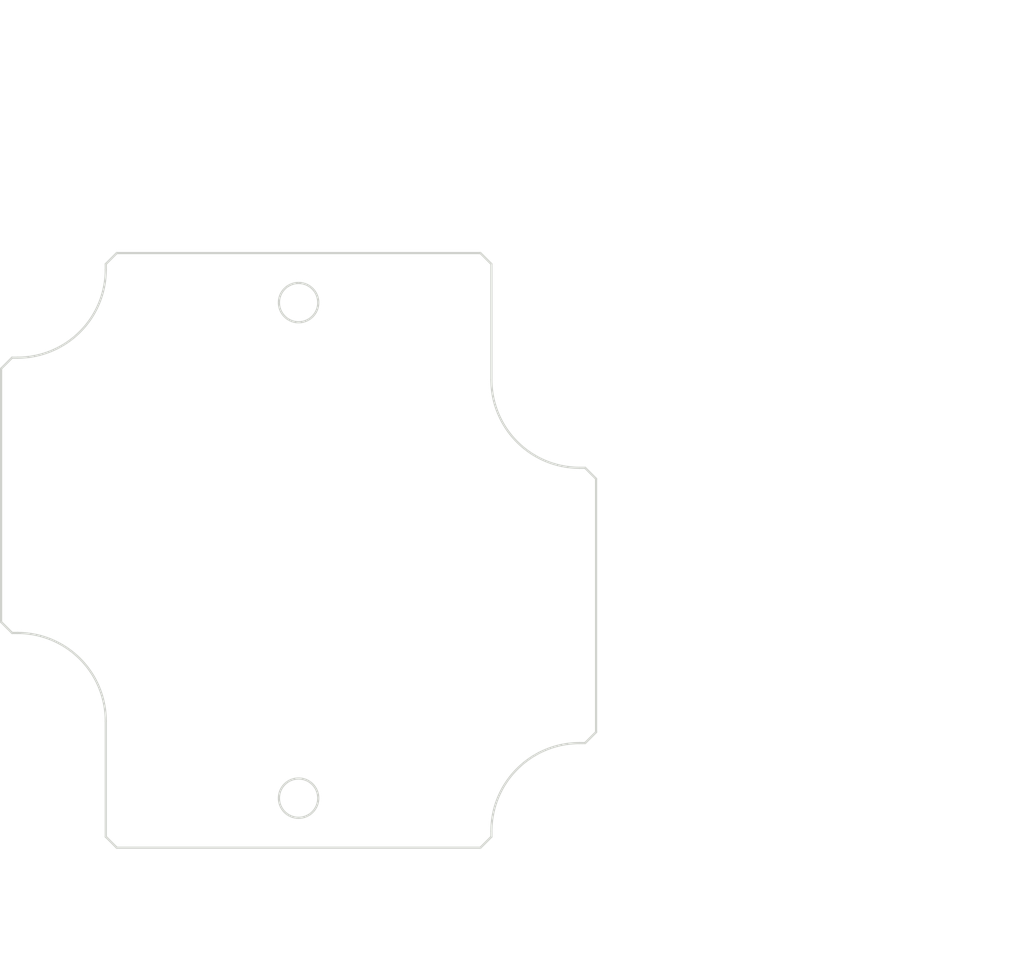
<source format=kicad_pcb>
(kicad_pcb (version 20171130) (host pcbnew "(5.1.0)-1")

  (general
    (thickness 1.6)
    (drawings 65)
    (tracks 0)
    (zones 0)
    (modules 0)
    (nets 1)
  )

  (page A4)
  (layers
    (0 F.Cu signal)
    (31 B.Cu signal)
    (32 B.Adhes user)
    (33 F.Adhes user)
    (34 B.Paste user)
    (35 F.Paste user)
    (36 B.SilkS user)
    (37 F.SilkS user)
    (38 B.Mask user)
    (39 F.Mask user)
    (40 Dwgs.User user)
    (41 Cmts.User user)
    (42 Eco1.User user)
    (43 Eco2.User user)
    (44 Edge.Cuts user)
    (45 Margin user)
    (46 B.CrtYd user)
    (47 F.CrtYd user)
    (48 B.Fab user)
    (49 F.Fab user)
  )

  (setup
    (last_trace_width 0.25)
    (trace_clearance 0.2)
    (zone_clearance 0.508)
    (zone_45_only no)
    (trace_min 0.2)
    (via_size 0.8)
    (via_drill 0.4)
    (via_min_size 0.4)
    (via_min_drill 0.3)
    (uvia_size 0.3)
    (uvia_drill 0.1)
    (uvias_allowed no)
    (uvia_min_size 0.2)
    (uvia_min_drill 0.1)
    (edge_width 0.05)
    (segment_width 0.2)
    (pcb_text_width 0.3)
    (pcb_text_size 1.5 1.5)
    (mod_edge_width 0.12)
    (mod_text_size 1 1)
    (mod_text_width 0.15)
    (pad_size 1.524 1.524)
    (pad_drill 0.762)
    (pad_to_mask_clearance 0.051)
    (solder_mask_min_width 0.25)
    (aux_axis_origin 0 0)
    (visible_elements FFFFFF7F)
    (pcbplotparams
      (layerselection 0x010fc_ffffffff)
      (usegerberextensions false)
      (usegerberattributes false)
      (usegerberadvancedattributes false)
      (creategerberjobfile false)
      (excludeedgelayer true)
      (linewidth 0.152400)
      (plotframeref false)
      (viasonmask false)
      (mode 1)
      (useauxorigin false)
      (hpglpennumber 1)
      (hpglpenspeed 20)
      (hpglpendiameter 15.000000)
      (psnegative false)
      (psa4output false)
      (plotreference true)
      (plotvalue true)
      (plotinvisibletext false)
      (padsonsilk false)
      (subtractmaskfromsilk false)
      (outputformat 1)
      (mirror false)
      (drillshape 1)
      (scaleselection 1)
      (outputdirectory ""))
  )

  (net 0 "")

  (net_class Default "This is the default net class."
    (clearance 0.2)
    (trace_width 0.25)
    (via_dia 0.8)
    (via_drill 0.4)
    (uvia_dia 0.3)
    (uvia_drill 0.1)
  )

  (gr_arc (start 164.311541 96.811564) (end 156.311541 96.811564) (angle -90) (layer Edge.Cuts) (width 0.2))
  (gr_line (start 156.311541 96.811564) (end 156.311541 86.311564) (layer Edge.Cuts) (width 0.2))
  (gr_arc (start 113.311541 86.811564) (end 113.311541 94.811564) (angle -90) (layer Edge.Cuts) (width 0.2))
  (gr_line (start 113.311541 94.811564) (end 112.811541 94.811564) (layer Edge.Cuts) (width 0.2))
  (gr_arc (start 113.311541 127.811564) (end 121.311541 127.811564) (angle -90) (layer Edge.Cuts) (width 0.2))
  (gr_line (start 121.311541 127.811564) (end 121.311541 138.311564) (layer Edge.Cuts) (width 0.2))
  (gr_line (start 156.311541 138.311564) (end 156.311541 137.811564) (layer Edge.Cuts) (width 0.2))
  (gr_arc (start 164.311541 137.811564) (end 164.311541 129.811564) (angle -90) (layer Edge.Cuts) (width 0.2))
  (gr_line (start 164.311541 129.811564) (end 164.811541 129.811564) (layer Edge.Cuts) (width 0.2))
  (gr_circle (center 138.811541 89.811564) (end 140.597478 89.811564) (layer Edge.Cuts) (width 0.2))
  (gr_circle (center 138.811541 134.811564) (end 140.597478 134.811564) (layer Edge.Cuts) (width 0.2))
  (gr_line (start 122.311541 139.311564) (end 155.311541 139.311564) (layer Edge.Cuts) (width 0.2))
  (gr_line (start 112.811541 119.811564) (end 113.311541 119.811564) (layer Edge.Cuts) (width 0.2))
  (gr_line (start 111.811541 95.811564) (end 111.811541 118.811564) (layer Edge.Cuts) (width 0.2))
  (gr_line (start 121.311541 86.311564) (end 121.311541 86.811564) (layer Edge.Cuts) (width 0.2))
  (gr_line (start 155.311541 85.311564) (end 122.311541 85.311564) (layer Edge.Cuts) (width 0.2))
  (gr_line (start 164.811541 104.811564) (end 164.311541 104.811564) (layer Edge.Cuts) (width 0.2))
  (gr_line (start 165.811541 128.811564) (end 165.811541 105.811564) (layer Edge.Cuts) (width 0.2))
  (gr_line (start 156.311541 138.311564) (end 155.311541 139.311564) (layer Edge.Cuts) (width 0.2))
  (gr_line (start 122.311541 139.311564) (end 121.311541 138.311564) (layer Edge.Cuts) (width 0.2))
  (gr_line (start 112.811541 119.811564) (end 111.811541 118.811564) (layer Edge.Cuts) (width 0.2))
  (gr_line (start 111.811541 95.811564) (end 112.811541 94.811564) (layer Edge.Cuts) (width 0.2))
  (gr_line (start 121.311541 86.311564) (end 122.311541 85.311564) (layer Edge.Cuts) (width 0.2))
  (gr_line (start 155.311541 85.311564) (end 156.311541 86.311564) (layer Edge.Cuts) (width 0.2))
  (gr_line (start 164.811541 104.811564) (end 165.811541 105.811564) (layer Edge.Cuts) (width 0.2))
  (gr_line (start 165.811541 128.811564) (end 164.811541 129.811564) (layer Edge.Cuts) (width 0.2))
  (gr_text [2.13] (at 146.070025 67.496975) (layer Dwgs.User)
    (effects (font (size 1.7 1.53) (thickness 0.2125)))
  )
  (gr_text " 54.00" (at 146.070025 63.939539) (layer Dwgs.User)
    (effects (font (size 1.7 1.53) (thickness 0.2125)))
  )
  (gr_line (start 163.811541 65.607514) (end 150.114636 65.607514) (layer Dwgs.User) (width 0.2))
  (gr_line (start 113.811541 65.607514) (end 142.025414 65.607514) (layer Dwgs.User) (width 0.2))
  (gr_line (start 165.811541 104.811564) (end 165.811541 62.432514) (layer Dwgs.User) (width 0.2))
  (gr_line (start 111.811541 94.811564) (end 111.811541 62.432514) (layer Dwgs.User) (width 0.2))
  (gr_text [1.38] (at 130.974864 78.371702) (layer Dwgs.User)
    (effects (font (size 1.7 1.53) (thickness 0.2125)))
  )
  (gr_text " 35.00" (at 130.974864 74.813687) (layer Dwgs.User)
    (effects (font (size 1.7 1.53) (thickness 0.2125)))
  )
  (gr_line (start 123.311541 76.482241) (end 126.930252 76.482241) (layer Dwgs.User) (width 0.2))
  (gr_line (start 154.311541 76.482241) (end 135.019475 76.482241) (layer Dwgs.User) (width 0.2))
  (gr_line (start 121.311541 85.811564) (end 121.311541 73.307241) (layer Dwgs.User) (width 0.2))
  (gr_line (start 156.311541 85.311564) (end 156.311541 73.307241) (layer Dwgs.User) (width 0.2))
  (gr_text [2.13] (at 200.644874 114.201025) (layer Dwgs.User)
    (effects (font (size 1.7 1.53) (thickness 0.2125)))
  )
  (gr_text " 54.00" (at 200.644874 110.64359) (layer Dwgs.User)
    (effects (font (size 1.7 1.53) (thickness 0.2125)))
  )
  (gr_line (start 200.644874 137.311564) (end 200.644874 115.868999) (layer Dwgs.User) (width 0.2))
  (gr_line (start 200.644874 87.311564) (end 200.644874 108.754129) (layer Dwgs.User) (width 0.2))
  (gr_line (start 156.311541 139.311564) (end 203.819874 139.311564) (layer Dwgs.User) (width 0.2))
  (gr_line (start 156.311541 85.311564) (end 203.819874 85.311564) (layer Dwgs.User) (width 0.2))
  (gr_text [1.77] (at 187.747447 113.286974) (layer Dwgs.User)
    (effects (font (size 1.7 1.53) (thickness 0.2125)))
  )
  (gr_text " 45.00" (at 187.747447 109.729539) (layer Dwgs.User)
    (effects (font (size 1.7 1.53) (thickness 0.2125)))
  )
  (gr_line (start 187.747447 132.811564) (end 187.747447 114.954948) (layer Dwgs.User) (width 0.2))
  (gr_line (start 187.747447 91.811564) (end 187.747447 107.840078) (layer Dwgs.User) (width 0.2))
  (gr_line (start 139.811541 134.811564) (end 190.922447 134.811564) (layer Dwgs.User) (width 0.2))
  (gr_line (start 139.811541 89.811564) (end 190.922447 89.811564) (layer Dwgs.User) (width 0.2))
  (gr_line (start 138.811541 134.901564) (end 138.811541 134.721564) (layer Dwgs.User) (width 0.2))
  (gr_line (start 138.721541 134.811564) (end 138.901541 134.811564) (layer Dwgs.User) (width 0.2))
  (gr_text " ∅3.57\n[∅0.14]" (at 122.645437 146.325133) (layer Dwgs.User)
    (effects (font (size 1.7 1.53) (thickness 0.2125)))
  )
  (gr_line (start 129.684082 146.325133) (end 136.459611 137.778338) (layer Dwgs.User) (width 0.2))
  (gr_line (start 127.182306 146.325133) (end 129.684082 146.325133) (layer Dwgs.User) (width 0.2))
  (gr_text [R0.31] (at 134.972855 121.155516) (layer Dwgs.User)
    (effects (font (size 1.7 1.53) (thickness 0.2125)))
  )
  (gr_text " R8.00" (at 134.972855 117.598081) (layer Dwgs.User)
    (effects (font (size 1.7 1.53) (thickness 0.2125)))
  )
  (gr_line (start 128.003343 119.266055) (end 121.95565 122.783705) (layer Dwgs.User) (width 0.2))
  (gr_line (start 130.502084 119.266055) (end 128.003343 119.266055) (layer Dwgs.User) (width 0.2))
  (gr_text [.98] (at 172.968495 113.102854) (layer Dwgs.User)
    (effects (font (size 1.7 1.53) (thickness 0.2125)))
  )
  (gr_text " 25.00" (at 172.968495 109.545419) (layer Dwgs.User)
    (effects (font (size 1.7 1.53) (thickness 0.2125)))
  )
  (gr_line (start 172.968495 106.811564) (end 172.968495 107.655958) (layer Dwgs.User) (width 0.2))
  (gr_line (start 172.968495 127.811564) (end 172.968495 114.770829) (layer Dwgs.User) (width 0.2))
  (gr_line (start 165.811541 104.811564) (end 176.143495 104.811564) (layer Dwgs.User) (width 0.2))
  (gr_line (start 165.811541 129.811564) (end 176.143495 129.811564) (layer Dwgs.User) (width 0.2))

)

</source>
